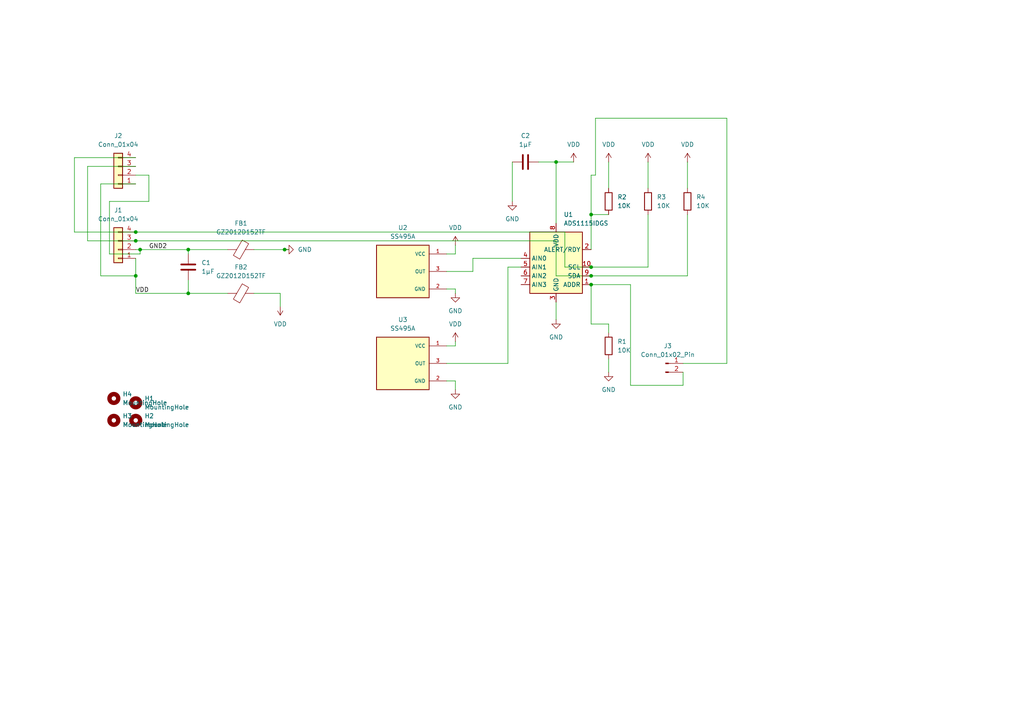
<source format=kicad_sch>
(kicad_sch (version 20231120) (generator "eeschema") (generator_version "8.0")
  (paper "A4")
  (lib_symbols
    (symbol "Analog_ADC:ADS1115IDGS"
      (property "Reference" "U" (at 2.54 13.97 0))
      (property "Value" "ADS1115IDGS" (at 7.62 11.43 0))
      (symbol "ADS1115IDGS_0_1"
        (rectangle (start -7.62 10.16) (end 7.62 -7.62) (stroke (width 0.254)) (fill (type background)))
      )
      (symbol "ADS1115IDGS_1_1"
        (pin input line (at 10.16 -5.08 180) (length 2.54) (name "ADDR") (number "1"))
        (pin input line (at 10.16 0 180) (length 2.54) (name "SCL") (number "10"))
        (pin output line (at 10.16 5.08 180) (length 2.54) (name "ALERT/RDY") (number "2"))
        (pin power_in line (at 0 -10.16 90) (length 2.54) (name "GND") (number "3"))
        (pin input line (at -10.16 2.54 0) (length 2.54) (name "AIN0") (number "4"))
        (pin input line (at -10.16 0 0) (length 2.54) (name "AIN1") (number "5"))
        (pin input line (at -10.16 -2.54 0) (length 2.54) (name "AIN2") (number "6"))
        (pin input line (at -10.16 -5.08 0) (length 2.54) (name "AIN3") (number "7"))
        (pin power_in line (at 0 12.7 270) (length 2.54) (name "VDD") (number "8"))
        (pin bidirectional line (at 10.16 -2.54 180) (length 2.54) (name "SDA") (number "9"))
      )
    )
    (symbol "Connector:Conn_01x02_Pin" (pin_names (offset 1.016) hide)
      (property "Reference" "J" (at 0 2.54 0))
      (property "Value" "Conn_01x02_Pin" (at 0 -5.08 0))
      (symbol "Conn_01x02_Pin_1_1"
        (polyline (pts (xy 1.27 -2.54) (xy 0.8636 -2.54)) (stroke (width 0.1524)))
        (polyline (pts (xy 1.27 0) (xy 0.8636 0)) (stroke (width 0.1524)))
        (rectangle (start 0.8636 -2.413) (end 0 -2.667) (stroke (width 0.1524)) (fill (type outline)))
        (rectangle (start 0.8636 0.127) (end 0 -0.127) (stroke (width 0.1524)) (fill (type outline)))
        (pin passive line (at 5.08 0 180) (length 3.81) (name "Pin_1") (number "1"))
        (pin passive line (at 5.08 -2.54 180) (length 3.81) (name "Pin_2") (number "2"))
      )
    )
    (symbol "Connector_Generic:Conn_01x04" (pin_names (offset 1.016) hide)
      (property "Reference" "J" (at 0 5.08 0))
      (property "Value" "Conn_01x04" (at 0 -7.62 0))
      (symbol "Conn_01x04_1_1"
        (rectangle (start -1.27 -4.953) (end 0 -5.207) (stroke (width 0.1524)))
        (rectangle (start -1.27 -2.413) (end 0 -2.667) (stroke (width 0.1524)))
        (rectangle (start -1.27 0.127) (end 0 -0.127) (stroke (width 0.1524)))
        (rectangle (start -1.27 2.667) (end 0 2.413) (stroke (width 0.1524)))
        (rectangle (start -1.27 3.81) (end 1.27 -6.35) (stroke (width 0.254)) (fill (type background)))
        (pin passive line (at -5.08 2.54 0) (length 3.81) (name "Pin_1") (number "1"))
        (pin passive line (at -5.08 0 0) (length 3.81) (name "Pin_2") (number "2"))
        (pin passive line (at -5.08 -2.54 0) (length 3.81) (name "Pin_3") (number "3"))
        (pin passive line (at -5.08 -5.08 0) (length 3.81) (name "Pin_4") (number "4"))
      )
    )
    (symbol "Device:C" (pin_numbers hide) (pin_names (offset 0.254))
      (property "Reference" "C" (at 0.635 2.54 0))
      (property "Value" "C" (at 0.635 -2.54 0))
      (symbol "C_0_1"
        (polyline (pts (xy -2.032 -0.762) (xy 2.032 -0.762)) (stroke (width 0.508)))
        (polyline (pts (xy -2.032 0.762) (xy 2.032 0.762)) (stroke (width 0.508)))
      )
      (symbol "C_1_1"
        (pin passive line (at 0 3.81 270) (length 2.794) (name "~") (number "1"))
        (pin passive line (at 0 -3.81 90) (length 2.794) (name "~") (number "2"))
      )
    )
    (symbol "Device:FerriteBead" (pin_numbers hide) (pin_names (offset 0))
      (property "Reference" "FB" (at -3.81 0.635 90))
      (property "Value" "FerriteBead" (at 3.81 0 90))
      (symbol "FerriteBead_0_1"
        (polyline (pts (xy 0 -1.27) (xy 0 -1.2192)))
        (polyline (pts (xy 0 1.27) (xy 0 1.2954)))
        (polyline (pts (xy -2.7686 0.4064) (xy -1.7018 2.2606) (xy 2.7686 -0.3048) (xy 1.6764 -2.159) (xy -2.7686 0.4064)))
      )
      (symbol "FerriteBead_1_1"
        (pin passive line (at 0 3.81 270) (length 2.54) (name "~") (number "1"))
        (pin passive line (at 0 -3.81 90) (length 2.54) (name "~") (number "2"))
      )
    )
    (symbol "Device:R" (pin_numbers hide) (pin_names (offset 0))
      (property "Reference" "R" (at 2.032 0 90))
      (property "Value" "R" (at 0 0 90))
      (symbol "R_0_1"
        (rectangle (start -1.016 -2.54) (end 1.016 2.54) (stroke (width 0.254)))
      )
      (symbol "R_1_1"
        (pin passive line (at 0 3.81 270) (length 1.27) (name "~") (number "1"))
        (pin passive line (at 0 -3.81 90) (length 1.27) (name "~") (number "2"))
      )
    )
    (symbol "Mechanical:MountingHole" (pin_names (offset 1.016)) (exclude_from_sim yes) (in_bom no)
      (property "Reference" "H" (at 0 5.08 0))
      (property "Value" "MountingHole" (at 0 3.175 0))
      (symbol "MountingHole_0_1"
        (circle (center 0 0) (radius 1.27) (stroke (width 1.27)))
      )
    )
    (symbol "SS495A:SS495A" (pin_names (offset 1.016))
      (property "Reference" "U" (at -7.62 8.382 0))
      (property "Value" "SS495A" (at -7.62 -10.16 0))
      (symbol "SS495A_0_0"
        (rectangle (start -7.62 -7.62) (end 7.62 7.62) (stroke (width 0.254)) (fill (type background)))
        (pin power_in line (at 12.7 5.08 180) (length 5.08) (name "VCC") (number "1"))
        (pin power_in line (at 12.7 -5.08 180) (length 5.08) (name "GND") (number "2"))
        (pin output line (at 12.7 0 180) (length 5.08) (name "OUT") (number "3"))
      )
    )
    (symbol "power:GND" (power) (pin_numbers hide) (pin_names (offset 0) hide)
      (property "Value" "GND" (at 0 -3.81 0))
      (symbol "GND_0_1"
        (polyline (pts (xy 0 0) (xy 0 -1.27) (xy 1.27 -1.27) (xy 0 -2.54) (xy -1.27 -1.27) (xy 0 -1.27)))
      )
      (symbol "GND_1_1"
        (pin power_in line (at 0 0 270) (length 0) (name "~") (number "1"))
      )
    )
    (symbol "power:VDD" (power) (pin_numbers hide) (pin_names (offset 0) hide)
      (property "Value" "VDD" (at 0 3.556 0))
      (symbol "VDD_0_1"
        (polyline (pts (xy -0.762 1.27) (xy 0 2.54)))
        (polyline (pts (xy 0 0) (xy 0 2.54)))
        (polyline (pts (xy 0 2.54) (xy 0.762 1.27)))
      )
      (symbol "VDD_1_1"
        (pin power_in line (at 0 0 90) (length 0) (name "~") (number "1"))
      )
    )
  )
  (junction (at 171.45 77.47))
  (junction (at 39.37 80.01))
  (junction (at 171.45 62.23))
  (junction (at 161.29 46.99))
  (junction (at 54.61 72.39))
  (junction (at 171.45 80.01))
  (junction (at 54.61 85.09))
  (junction (at 39.37 69.85))
  (junction (at 171.45 82.55))
  (junction (at 82.55 72.39))
  (junction (at 39.37 67.31))
  (junction (at 40.64 72.39))
  (wire (pts (xy 129.54 78.74) (xy 137.16 78.74)))
  (wire (pts (xy 161.29 46.99) (xy 161.29 64.77)))
  (wire (pts (xy 156.21 46.99) (xy 161.29 46.99)))
  (wire (pts (xy 21.59 67.31) (xy 39.37 67.31)))
  (wire (pts (xy 29.21 53.34) (xy 29.21 80.01)))
  (wire (pts (xy 171.45 82.55) (xy 182.88 82.55)))
  (wire (pts (xy 29.21 80.01) (xy 39.37 80.01)))
  (wire (pts (xy 129.54 73.66) (xy 132.08 73.66)))
  (wire (pts (xy 171.45 77.47) (xy 187.96 77.47)))
  (wire (pts (xy 163.83 67.31) (xy 163.83 77.47)))
  (wire (pts (xy 176.53 46.99) (xy 176.53 54.61)))
  (wire (pts (xy 43.18 50.8) (xy 43.18 58.42)))
  (wire (pts (xy 147.32 105.41) (xy 147.32 77.47)))
  (wire (pts (xy 161.29 80.01) (xy 171.45 80.01)))
  (wire (pts (xy 161.29 69.85) (xy 39.37 69.85)))
  (wire (pts (xy 171.45 50.8) (xy 171.45 62.23)))
  (wire (pts (xy 73.66 85.09) (xy 81.28 85.09)))
  (wire (pts (xy 25.4 69.85) (xy 39.37 69.85)))
  (wire (pts (xy 210.82 34.29) (xy 172.72 34.29)))
  (wire (pts (xy 163.83 67.31) (xy 39.37 67.31)))
  (wire (pts (xy 132.08 99.06) (xy 132.08 100.33)))
  (wire (pts (xy 163.83 77.47) (xy 171.45 77.47)))
  (wire (pts (xy 54.61 85.09) (xy 66.04 85.09)))
  (wire (pts (xy 198.12 107.95) (xy 198.12 111.76)))
  (wire (pts (xy 210.82 105.41) (xy 210.82 34.29)))
  (wire (pts (xy 171.45 80.01) (xy 199.39 80.01)))
  (wire (pts (xy 82.55 72.39) (xy 83.82 72.39)))
  (wire (pts (xy 198.12 105.41) (xy 210.82 105.41)))
  (wire (pts (xy 31.75 58.42) (xy 31.75 73.66)))
  (wire (pts (xy 54.61 72.39) (xy 66.04 72.39)))
  (wire (pts (xy 39.37 45.72) (xy 21.59 45.72)))
  (wire (pts (xy 147.32 77.47) (xy 151.13 77.47)))
  (wire (pts (xy 54.61 72.39) (xy 54.61 73.66)))
  (wire (pts (xy 199.39 80.01) (xy 199.39 62.23)))
  (wire (pts (xy 129.54 105.41) (xy 147.32 105.41)))
  (wire (pts (xy 148.59 46.99) (xy 148.59 58.42)))
  (wire (pts (xy 21.59 45.72) (xy 21.59 67.31)))
  (wire (pts (xy 137.16 78.74) (xy 137.16 74.93)))
  (wire (pts (xy 171.45 82.55) (xy 171.45 93.98)))
  (wire (pts (xy 40.64 72.39) (xy 54.61 72.39)))
  (wire (pts (xy 172.72 34.29) (xy 172.72 50.8)))
  (wire (pts (xy 39.37 50.8) (xy 43.18 50.8)))
  (wire (pts (xy 176.53 104.14) (xy 176.53 107.95)))
  (wire (pts (xy 171.45 62.23) (xy 176.53 62.23)))
  (wire (pts (xy 137.16 74.93) (xy 151.13 74.93)))
  (wire (pts (xy 132.08 83.82) (xy 132.08 85.09)))
  (wire (pts (xy 198.12 111.76) (xy 182.88 111.76)))
  (wire (pts (xy 161.29 87.63) (xy 161.29 92.71)))
  (wire (pts (xy 161.29 69.85) (xy 161.29 80.01)))
  (wire (pts (xy 176.53 93.98) (xy 176.53 96.52)))
  (wire (pts (xy 39.37 80.01) (xy 39.37 85.09)))
  (wire (pts (xy 171.45 93.98) (xy 176.53 93.98)))
  (wire (pts (xy 39.37 53.34) (xy 29.21 53.34)))
  (wire (pts (xy 187.96 46.99) (xy 187.96 54.61)))
  (wire (pts (xy 187.96 77.47) (xy 187.96 62.23)))
  (wire (pts (xy 25.4 48.26) (xy 25.4 69.85)))
  (wire (pts (xy 199.39 46.99) (xy 199.39 54.61)))
  (wire (pts (xy 73.66 72.39) (xy 82.55 72.39)))
  (wire (pts (xy 129.54 83.82) (xy 132.08 83.82)))
  (wire (pts (xy 39.37 74.93) (xy 39.37 80.01)))
  (wire (pts (xy 81.28 85.09) (xy 81.28 88.9)))
  (wire (pts (xy 39.37 72.39) (xy 40.64 72.39)))
  (wire (pts (xy 182.88 111.76) (xy 182.88 82.55)))
  (wire (pts (xy 39.37 48.26) (xy 25.4 48.26)))
  (wire (pts (xy 132.08 110.49) (xy 132.08 113.03)))
  (wire (pts (xy 39.37 85.09) (xy 54.61 85.09)))
  (wire (pts (xy 40.64 73.66) (xy 40.64 72.39)))
  (wire (pts (xy 31.75 73.66) (xy 40.64 73.66)))
  (wire (pts (xy 132.08 73.66) (xy 132.08 71.12)))
  (wire (pts (xy 129.54 110.49) (xy 132.08 110.49)))
  (wire (pts (xy 171.45 62.23) (xy 171.45 72.39)))
  (wire (pts (xy 43.18 58.42) (xy 31.75 58.42)))
  (wire (pts (xy 161.29 46.99) (xy 166.37 46.99)))
  (wire (pts (xy 54.61 81.28) (xy 54.61 85.09)))
  (wire (pts (xy 172.72 50.8) (xy 171.45 50.8)))
  (wire (pts (xy 129.54 100.33) (xy 132.08 100.33)))
  (label "VDD" (at 39.37 85.09 0))
  (label "GND2" (at 43.18 72.39 0))
  (symbol (lib_id "power:VDD") (at 166.37 46.99 0) (unit 1)
    (property "Reference" "#PWR010" (effects (hide yes)))
    (property "Value" "VDD" (at 166.37 41.91 0))
    (property "Description" "Power symbol creates a global label with name \"VDD\"" (effects (hide yes)))
  )
  (symbol (lib_id "Mechanical:MountingHole") (at 39.37 121.92 0) (unit 1) (exclude_from_sim yes) (in_bom no)
    (property "Reference" "H2" (at 41.91 120.6499 0) (effects (justify left)))
    (property "Value" "MountingHole" (at 41.91 123.1899 0) (effects (justify left)))
    (property "Footprint" "MountingHole:MountingHole_3.2mm_M3_DIN965_Pad" (effects (hide yes)))
    (property "Description" "Mounting Hole without connection" (effects (hide yes)))
  )
  (symbol (lib_id "Connector:Conn_01x02_Pin") (at 193.04 105.41 0) (unit 1)
    (property "Reference" "J3" (at 193.675 100.33 0))
    (property "Value" "Conn_01x02_Pin" (at 193.675 102.87 0))
    (property "Footprint" "Connector_PinHeader_2.54mm:PinHeader_1x02_P2.54mm_Vertical" (effects (hide yes)))
    (property "Description" "Generic connector, single row, 01x02, script generated" (effects (hide yes)))
  )
  (symbol (lib_id "Device:R") (at 176.53 58.42 0) (unit 1)
    (property "Reference" "R2" (at 179.07 57.1499 0) (effects (justify left)))
    (property "Value" "10K" (at 179.07 59.6899 0) (effects (justify left)))
    (property "Footprint" "Resistor_SMD:R_0603_1608Metric" (effects (hide yes)))
    (property "Description" "Resistor" (effects (hide yes)))
    (property "Vendor" "C25804" (effects (hide yes)))
  )
  (symbol (lib_id "Device:R") (at 176.53 100.33 0) (unit 1)
    (property "Reference" "R1" (at 179.07 99.0599 0) (effects (justify left)))
    (property "Value" "10K" (at 179.07 101.5999 0) (effects (justify left)))
    (property "Footprint" "Resistor_SMD:R_0603_1608Metric" (effects (hide yes)))
    (property "Description" "Resistor" (effects (hide yes)))
    (property "Vendor" "C25804" (effects (hide yes)))
  )
  (symbol (lib_id "Device:C") (at 152.4 46.99 90) (unit 1)
    (property "Reference" "C2" (at 152.4 39.37 90))
    (property "Value" "1µF" (at 152.4 41.91 90))
    (property "Footprint" "Capacitor_SMD:C_0402_1005Metric" (effects (hide yes)))
    (property "Description" "Unpolarized capacitor" (effects (hide yes)))
    (property "Vendor" "C106205" (effects (hide yes)))
  )
  (symbol (lib_id "Connector_Generic:Conn_01x04") (at 34.29 50.8 180) (unit 1)
    (property "Reference" "J2" (at 34.29 39.37 0))
    (property "Value" "Conn_01x04" (at 34.29 41.91 0))
    (property "Footprint" "Connector_JST:JST_XH_B4B-XH-A_1x04_P2.50mm_Vertical" (effects (hide yes)))
    (property "Description" "Generic connector, single row, 01x04, script generated (kicad-library-utils/schlib/autogen/connector/)" (effects (hide yes)))
    (property "Vendor" "C7433709" (effects (hide yes)))
  )
  (symbol (lib_id "power:GND") (at 161.29 92.71 0) (unit 1)
    (property "Reference" "#PWR03" (effects (hide yes)))
    (property "Value" "GND" (at 161.29 97.79 0))
    (property "Description" "Power symbol creates a global label with name \"GND\" , ground" (effects (hide yes)))
  )
  (symbol (lib_id "Analog_ADC:ADS1115IDGS") (at 161.29 77.47 0) (unit 1)
    (property "Reference" "U1" (at 163.4841 62.23 0) (effects (justify left)))
    (property "Value" "ADS1115IDGS" (at 163.4841 64.77 0) (effects (justify left)))
    (property "Footprint" "Package_SO:TSSOP-10_3x3mm_P0.5mm" (effects (hide yes)))
    (property "Datasheet" "http://www.ti.com/lit/ds/symlink/ads1113.pdf" (effects (hide yes)))
    (property "Description" "Ultra-Small, Low-Power, I2C-Compatible, 860-SPS, 16-Bit ADCs With Internal Reference, Oscillator, and Programmable Comparator, VSSOP-10" (effects (hide yes)))
    (property "Vendor" "C37593" (effects (hide yes)))
  )
  (symbol (lib_id "Device:FerriteBead") (at 69.85 85.09 270) (unit 1)
    (property "Reference" "FB2" (at 69.9008 77.47 90))
    (property "Value" "GZ2012D152TF" (at 69.9008 80.01 90))
    (property "Footprint" "Inductor_SMD:L_0805_2012Metric" (effects (hide yes)))
    (property "Description" "Ferrite bead" (effects (hide yes)))
    (property "Vendor" "C96710" (effects (hide yes)))
  )
  (symbol (lib_id "Device:FerriteBead") (at 69.85 72.39 270) (unit 1)
    (property "Reference" "FB1" (at 69.9008 64.77 90))
    (property "Value" "GZ2012D152TF" (at 69.9008 67.31 90))
    (property "Footprint" "Inductor_SMD:L_0805_2012Metric" (effects (hide yes)))
    (property "Description" "Ferrite bead" (effects (hide yes)))
    (property "Vendor" "C96710" (effects (hide yes)))
  )
  (symbol (lib_id "power:VDD") (at 187.96 46.99 0) (unit 1)
    (property "Reference" "#PWR08" (effects (hide yes)))
    (property "Value" "VDD" (at 187.96 41.91 0))
    (property "Description" "Power symbol creates a global label with name \"VDD\"" (effects (hide yes)))
  )
  (symbol (lib_id "SS495A:SS495A") (at 116.84 78.74 0) (unit 1)
    (property "Reference" "U2" (at 116.84 66.04 0))
    (property "Value" "SS495A" (at 116.84 68.58 0))
    (property "Footprint" "ss495:XDCR_SS495A" (effects (hide yes)))
    (property "MF" "Honeywell Sensing" (effects (hide yes)))
    (property "MAXIMUM_PACKAGE_HEIGHT" "4.59 mm" (effects (hide yes)))
    (property "Package" "SIP-3 Honeywell Sensing and Productivity Solutions" (effects (hide yes)))
    (property "Price" "None" (effects (hide yes)))
    (property "Check_prices" "https://www.snapeda.com/parts/SS495A/Honeywell+Sensing+and+Productivity+Solutions/view-part/?ref=eda" (effects (hide yes)))
    (property "STANDARD" "Manufacturer Recommendation" (effects (hide yes)))
    (property "PARTREV" "Issue 3" (effects (hide yes)))
    (property "SnapEDA_Link" "https://www.snapeda.com/parts/SS495A/Honeywell+Sensing+and+Productivity+Solutions/view-part/?ref=snap" (effects (hide yes)))
    (property "MP" "SS495A" (effects (hide yes)))
    (property "Description_1" "\nSensor, Sink, 4.5 to 10.5 VDC, 8.7 mA @ 5 VDC, 0.2 VDC (Typ.)/0.4 VDC (Min.) | Honeywell SS495A\n" (effects (hide yes)))
    (property "MANUFACTURER" "Honeywell" (effects (hide yes)))
    (property "Availability" "In Stock" (effects (hide yes)))
    (property "SNAPEDA_PN" "SS495A" (effects (hide yes)))
  )
  (symbol (lib_id "power:VDD") (at 81.28 88.9 180) (unit 1)
    (property "Reference" "#PWR05" (effects (hide yes)))
    (property "Value" "VDD" (at 81.28 93.98 0))
    (property "Description" "Power symbol creates a global label with name \"VDD\"" (effects (hide yes)))
  )
  (symbol (lib_id "Mechanical:MountingHole") (at 33.02 121.92 0) (unit 1) (exclude_from_sim yes) (in_bom no)
    (property "Reference" "H3" (at 35.56 120.6499 0) (effects (justify left)))
    (property "Value" "MountingHole" (at 35.56 123.1899 0) (effects (justify left)))
    (property "Footprint" "MountingHole:MountingHole_3.2mm_M3_DIN965_Pad" (effects (hide yes)))
    (property "Description" "Mounting Hole without connection" (effects (hide yes)))
  )
  (symbol (lib_id "power:GND") (at 148.59 58.42 0) (unit 1)
    (property "Reference" "#PWR06" (effects (hide yes)))
    (property "Value" "GND" (at 148.59 63.5 0))
    (property "Description" "Power symbol creates a global label with name \"GND\" , ground" (effects (hide yes)))
  )
  (symbol (lib_id "Mechanical:MountingHole") (at 33.02 115.57 0) (unit 1) (exclude_from_sim yes) (in_bom no)
    (property "Reference" "H4" (at 35.56 114.2999 0) (effects (justify left)))
    (property "Value" "MountingHole" (at 35.56 116.8399 0) (effects (justify left)))
    (property "Footprint" "MountingHole:MountingHole_3.2mm_M3_DIN965_Pad" (effects (hide yes)))
    (property "Description" "Mounting Hole without connection" (effects (hide yes)))
  )
  (symbol (lib_id "power:GND") (at 82.55 72.39 90) (unit 1)
    (property "Reference" "#PWR04" (effects (hide yes)))
    (property "Value" "GND" (at 86.36 72.3899 90) (effects (justify right)))
    (property "Description" "Power symbol creates a global label with name \"GND\" , ground" (effects (hide yes)))
  )
  (symbol (lib_id "power:VDD") (at 176.53 46.99 0) (unit 1)
    (property "Reference" "#PWR07" (effects (hide yes)))
    (property "Value" "VDD" (at 176.53 41.91 0))
    (property "Description" "Power symbol creates a global label with name \"VDD\"" (effects (hide yes)))
  )
  (symbol (lib_id "power:GND") (at 176.53 107.95 0) (unit 1)
    (property "Reference" "#PWR011" (effects (hide yes)))
    (property "Value" "GND" (at 176.53 113.03 0))
    (property "Description" "Power symbol creates a global label with name \"GND\" , ground" (effects (hide yes)))
  )
  (symbol (lib_id "SS495A:SS495A") (at 116.84 105.41 0) (unit 1)
    (property "Reference" "U3" (at 116.84 92.71 0))
    (property "Value" "SS495A" (at 116.84 95.25 0))
    (property "Footprint" "ss495:XDCR_SS495A" (effects (hide yes)))
    (property "MF" "Honeywell Sensing" (effects (hide yes)))
    (property "MAXIMUM_PACKAGE_HEIGHT" "4.59 mm" (effects (hide yes)))
    (property "Package" "SIP-3 Honeywell Sensing and Productivity Solutions" (effects (hide yes)))
    (property "Price" "None" (effects (hide yes)))
    (property "Check_prices" "https://www.snapeda.com/parts/SS495A/Honeywell+Sensing+and+Productivity+Solutions/view-part/?ref=eda" (effects (hide yes)))
    (property "STANDARD" "Manufacturer Recommendation" (effects (hide yes)))
    (property "PARTREV" "Issue 3" (effects (hide yes)))
    (property "SnapEDA_Link" "https://www.snapeda.com/parts/SS495A/Honeywell+Sensing+and+Productivity+Solutions/view-part/?ref=snap" (effects (hide yes)))
    (property "MP" "SS495A" (effects (hide yes)))
    (property "Description_1" "\nSensor, Sink, 4.5 to 10.5 VDC, 8.7 mA @ 5 VDC, 0.2 VDC (Typ.)/0.4 VDC (Min.) | Honeywell SS495A\n" (effects (hide yes)))
    (property "MANUFACTURER" "Honeywell" (effects (hide yes)))
    (property "Availability" "In Stock" (effects (hide yes)))
    (property "SNAPEDA_PN" "SS495A" (effects (hide yes)))
  )
  (symbol (lib_id "power:VDD") (at 132.08 71.12 0) (unit 1)
    (property "Reference" "#PWR01" (effects (hide yes)))
    (property "Value" "VDD" (at 132.08 66.04 0))
    (property "Description" "Power symbol creates a global label with name \"VDD\"" (effects (hide yes)))
  )
  (symbol (lib_id "power:GND") (at 132.08 113.03 0) (unit 1)
    (property "Reference" "#PWR013" (effects (hide yes)))
    (property "Value" "GND" (at 132.08 118.11 0))
    (property "Description" "Power symbol creates a global label with name \"GND\" , ground" (effects (hide yes)))
  )
  (symbol (lib_id "Device:R") (at 199.39 58.42 0) (unit 1)
    (property "Reference" "R4" (at 201.93 57.1499 0) (effects (justify left)))
    (property "Value" "10K" (at 201.93 59.6899 0) (effects (justify left)))
    (property "Footprint" "Resistor_SMD:R_0603_1608Metric" (effects (hide yes)))
    (property "Description" "Resistor" (effects (hide yes)))
    (property "Vendor" "C25804" (effects (hide yes)))
  )
  (symbol (lib_id "Device:R") (at 187.96 58.42 0) (unit 1)
    (property "Reference" "R3" (at 190.5 57.1499 0) (effects (justify left)))
    (property "Value" "10K" (at 190.5 59.6899 0) (effects (justify left)))
    (property "Footprint" "Resistor_SMD:R_0603_1608Metric" (effects (hide yes)))
    (property "Description" "Resistor" (effects (hide yes)))
    (property "Vendor" "C25804" (effects (hide yes)))
  )
  (symbol (lib_id "Mechanical:MountingHole") (at 39.37 116.84 0) (unit 1) (exclude_from_sim yes) (in_bom no)
    (property "Reference" "H1" (at 41.91 115.5699 0) (effects (justify left)))
    (property "Value" "MountingHole" (at 41.91 118.1099 0) (effects (justify left)))
    (property "Footprint" "MountingHole:MountingHole_3.2mm_M3_DIN965_Pad" (effects (hide yes)))
    (property "Description" "Mounting Hole without connection" (effects (hide yes)))
  )
  (symbol (lib_id "Connector_Generic:Conn_01x04") (at 34.29 72.39 180) (unit 1)
    (property "Reference" "J1" (at 34.29 60.96 0))
    (property "Value" "Conn_01x04" (at 34.29 63.5 0))
    (property "Footprint" "Connector_JST:JST_XH_B4B-XH-A_1x04_P2.50mm_Vertical" (effects (hide yes)))
    (property "Description" "Generic connector, single row, 01x04, script generated (kicad-library-utils/schlib/autogen/connector/)" (effects (hide yes)))
    (property "Ventor" "C7433709" (effects (hide yes)))
  )
  (symbol (lib_id "power:GND") (at 132.08 85.09 0) (unit 1)
    (property "Reference" "#PWR02" (effects (hide yes)))
    (property "Value" "GND" (at 132.08 90.17 0))
    (property "Description" "Power symbol creates a global label with name \"GND\" , ground" (effects (hide yes)))
  )
  (symbol (lib_id "power:VDD") (at 199.39 46.99 0) (unit 1)
    (property "Reference" "#PWR09" (effects (hide yes)))
    (property "Value" "VDD" (at 199.39 41.91 0))
    (property "Description" "Power symbol creates a global label with name \"VDD\"" (effects (hide yes)))
  )
  (symbol (lib_id "Device:C") (at 54.61 77.47 0) (unit 1)
    (property "Reference" "C1" (at 58.42 76.1999 0) (effects (justify left)))
    (property "Value" "1µF" (at 58.42 78.7399 0) (effects (justify left)))
    (property "Footprint" "Capacitor_SMD:C_0402_1005Metric" (effects (hide yes)))
    (property "Description" "Unpolarized capacitor" (effects (hide yes)))
    (property "Vendor" "C106205" (effects (hide yes)))
  )
  (symbol (lib_id "power:VDD") (at 132.08 99.06 0) (unit 1)
    (property "Reference" "#PWR012" (effects (hide yes)))
    (property "Value" "VDD" (at 132.08 93.98 0))
    (property "Description" "Power symbol creates a global label with name \"VDD\"" (effects (hide yes)))
  )
)
</source>
